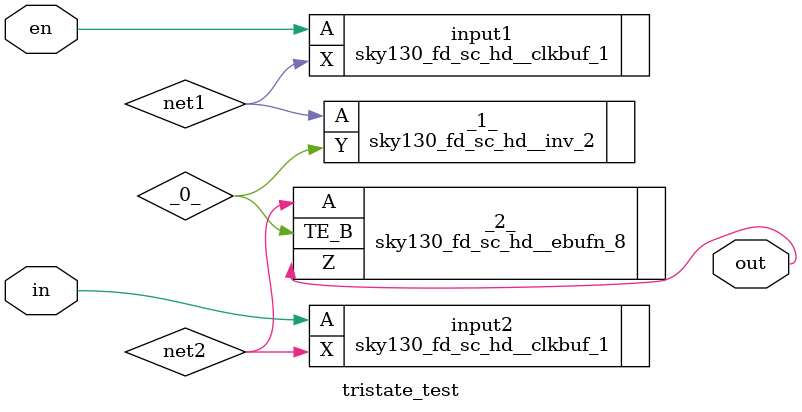
<source format=v>
module tristate_test (en,
    in,
    out);
 input en;
 input in;
 output out;

 wire _0_;
 wire net1;
 wire net2;

 sky130_fd_sc_hd__inv_2 _1_ (.A(net1),
    .Y(_0_));
 sky130_fd_sc_hd__ebufn_8 _2_ (.A(net2),
    .TE_B(_0_),
    .Z(out));
 sky130_fd_sc_hd__decap_3 PHY_EDGE_ROW_0_Right_0 ();
 sky130_fd_sc_hd__decap_3 PHY_EDGE_ROW_1_Right_1 ();
 sky130_fd_sc_hd__decap_3 PHY_EDGE_ROW_2_Right_2 ();
 sky130_fd_sc_hd__decap_3 PHY_EDGE_ROW_3_Right_3 ();
 sky130_fd_sc_hd__decap_3 PHY_EDGE_ROW_4_Right_4 ();
 sky130_fd_sc_hd__decap_3 PHY_EDGE_ROW_5_Right_5 ();
 sky130_fd_sc_hd__decap_3 PHY_EDGE_ROW_6_Right_6 ();
 sky130_fd_sc_hd__decap_3 PHY_EDGE_ROW_7_Right_7 ();
 sky130_fd_sc_hd__decap_3 PHY_EDGE_ROW_8_Right_8 ();
 sky130_fd_sc_hd__decap_3 PHY_EDGE_ROW_9_Right_9 ();
 sky130_fd_sc_hd__decap_3 PHY_EDGE_ROW_10_Right_10 ();
 sky130_fd_sc_hd__decap_3 PHY_EDGE_ROW_11_Right_11 ();
 sky130_fd_sc_hd__decap_3 PHY_EDGE_ROW_12_Right_12 ();
 sky130_fd_sc_hd__decap_3 PHY_EDGE_ROW_0_Left_13 ();
 sky130_fd_sc_hd__decap_3 PHY_EDGE_ROW_1_Left_14 ();
 sky130_fd_sc_hd__decap_3 PHY_EDGE_ROW_2_Left_15 ();
 sky130_fd_sc_hd__decap_3 PHY_EDGE_ROW_3_Left_16 ();
 sky130_fd_sc_hd__decap_3 PHY_EDGE_ROW_4_Left_17 ();
 sky130_fd_sc_hd__decap_3 PHY_EDGE_ROW_5_Left_18 ();
 sky130_fd_sc_hd__decap_3 PHY_EDGE_ROW_6_Left_19 ();
 sky130_fd_sc_hd__decap_3 PHY_EDGE_ROW_7_Left_20 ();
 sky130_fd_sc_hd__decap_3 PHY_EDGE_ROW_8_Left_21 ();
 sky130_fd_sc_hd__decap_3 PHY_EDGE_ROW_9_Left_22 ();
 sky130_fd_sc_hd__decap_3 PHY_EDGE_ROW_10_Left_23 ();
 sky130_fd_sc_hd__decap_3 PHY_EDGE_ROW_11_Left_24 ();
 sky130_fd_sc_hd__decap_3 PHY_EDGE_ROW_12_Left_25 ();
 sky130_fd_sc_hd__tapvpwrvgnd_1 TAP_TAPCELL_ROW_0_26 ();
 sky130_fd_sc_hd__tapvpwrvgnd_1 TAP_TAPCELL_ROW_0_27 ();
 sky130_fd_sc_hd__tapvpwrvgnd_1 TAP_TAPCELL_ROW_1_28 ();
 sky130_fd_sc_hd__tapvpwrvgnd_1 TAP_TAPCELL_ROW_2_29 ();
 sky130_fd_sc_hd__tapvpwrvgnd_1 TAP_TAPCELL_ROW_3_30 ();
 sky130_fd_sc_hd__tapvpwrvgnd_1 TAP_TAPCELL_ROW_4_31 ();
 sky130_fd_sc_hd__tapvpwrvgnd_1 TAP_TAPCELL_ROW_5_32 ();
 sky130_fd_sc_hd__tapvpwrvgnd_1 TAP_TAPCELL_ROW_6_33 ();
 sky130_fd_sc_hd__tapvpwrvgnd_1 TAP_TAPCELL_ROW_7_34 ();
 sky130_fd_sc_hd__tapvpwrvgnd_1 TAP_TAPCELL_ROW_8_35 ();
 sky130_fd_sc_hd__tapvpwrvgnd_1 TAP_TAPCELL_ROW_9_36 ();
 sky130_fd_sc_hd__tapvpwrvgnd_1 TAP_TAPCELL_ROW_10_37 ();
 sky130_fd_sc_hd__tapvpwrvgnd_1 TAP_TAPCELL_ROW_11_38 ();
 sky130_fd_sc_hd__tapvpwrvgnd_1 TAP_TAPCELL_ROW_12_39 ();
 sky130_fd_sc_hd__tapvpwrvgnd_1 TAP_TAPCELL_ROW_12_40 ();
 sky130_fd_sc_hd__clkbuf_1 input1 (.A(en),
    .X(net1));
 sky130_fd_sc_hd__clkbuf_1 input2 (.A(in),
    .X(net2));
endmodule

</source>
